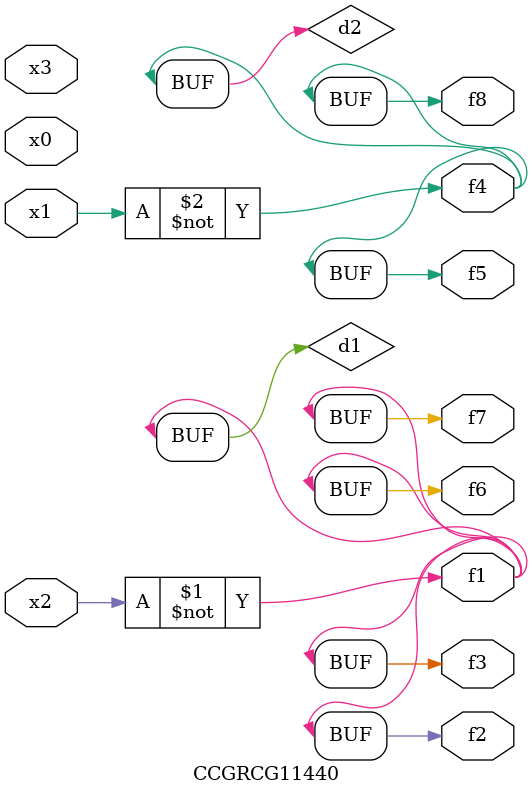
<source format=v>
module CCGRCG11440(
	input x0, x1, x2, x3,
	output f1, f2, f3, f4, f5, f6, f7, f8
);

	wire d1, d2;

	xnor (d1, x2);
	not (d2, x1);
	assign f1 = d1;
	assign f2 = d1;
	assign f3 = d1;
	assign f4 = d2;
	assign f5 = d2;
	assign f6 = d1;
	assign f7 = d1;
	assign f8 = d2;
endmodule

</source>
